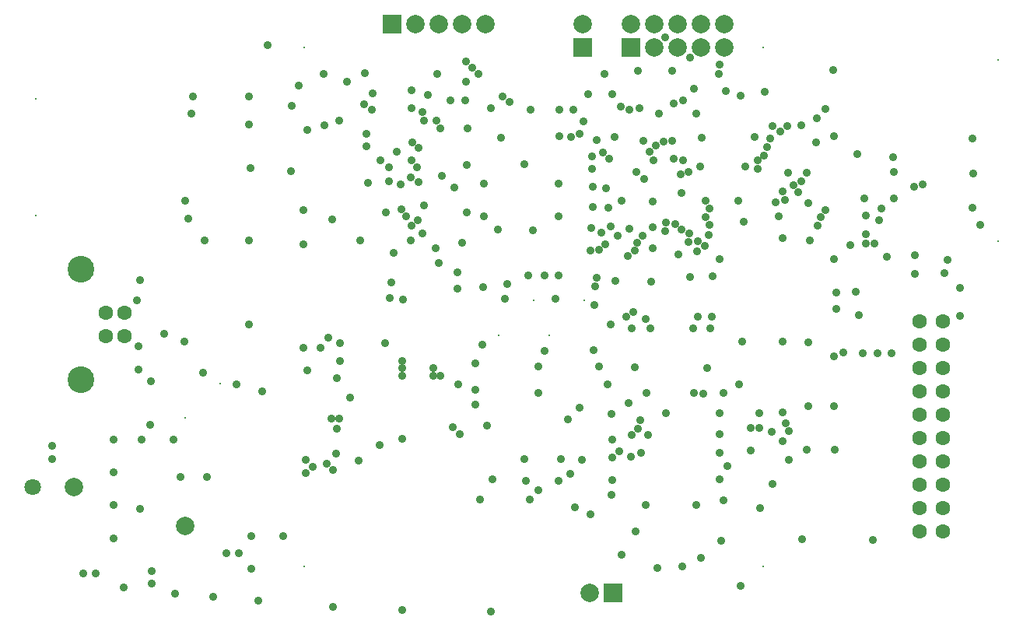
<source format=gbs>
%FSLAX44Y44*%
%MOMM*%
G71*
G01*
G75*
G04 Layer_Color=16711935*
%ADD10R,0.9000X0.8500*%
%ADD11R,0.9000X0.9000*%
%ADD12O,1.8000X0.4000*%
%ADD13R,2.0000X2.4000*%
%ADD14R,1.4500X1.1500*%
%ADD15R,0.7000X2.0000*%
%ADD16R,1.1000X0.5500*%
%ADD17R,0.8000X1.2000*%
%ADD18R,1.4000X1.2000*%
%ADD19R,1.9000X1.3000*%
%ADD20R,3.6000X5.0000*%
%ADD21C,15.0000*%
%ADD22R,2.8000X2.4000*%
%ADD23O,2.2000X0.6000*%
%ADD24R,2.0500X3.6000*%
%ADD25R,8.1000X2.8000*%
%ADD26R,1.4000X2.0000*%
%ADD27R,1.4000X2.2000*%
%ADD28R,1.4000X1.0000*%
%ADD29R,1.8000X1.4000*%
%ADD30R,2.4000X1.8000*%
%ADD31O,0.2500X1.3500*%
%ADD32O,1.3500X0.2500*%
%ADD33O,0.2500X1.4000*%
%ADD34O,1.4000X0.2500*%
%ADD35R,4.0000X1.8000*%
%ADD36R,5.0000X0.6000*%
%ADD37R,5.0000X0.8000*%
%ADD38R,1.0000X0.6000*%
%ADD39R,2.6500X1.3500*%
%ADD40R,3.2000X1.2000*%
%ADD41R,5.6000X2.2000*%
%ADD42R,2.7000X1.4000*%
%ADD43R,1.0500X0.6000*%
%ADD44R,1.2000X1.0000*%
%ADD45C,0.2000*%
%ADD46C,0.1500*%
%ADD47C,0.2500*%
%ADD48C,0.3000*%
%ADD49C,0.9000*%
%ADD50C,0.8000*%
%ADD51C,0.6000*%
%ADD52C,0.7000*%
%ADD53C,0.7500*%
%ADD54C,1.0000*%
%ADD55C,1.4000*%
%ADD56C,1.2000*%
%ADD57C,0.5000*%
%ADD58C,0.4000*%
%ADD59C,1.4000*%
%ADD60C,2.7000*%
%ADD61R,1.8000X1.8000*%
%ADD62C,1.8000*%
%ADD63C,1.6000*%
%ADD64R,1.8000X1.8000*%
%ADD65C,0.7000*%
%ADD66C,2.0000*%
%ADD67C,0.1600*%
%ADD68R,1.1032X1.0532*%
%ADD69R,1.1032X1.1032*%
%ADD70O,2.0032X0.6032*%
%ADD71R,2.2032X2.6032*%
%ADD72R,1.6532X1.3532*%
%ADD73R,0.9032X2.2032*%
%ADD74R,1.3032X0.7532*%
%ADD75R,1.0032X1.4032*%
%ADD76R,1.6032X1.4032*%
%ADD77R,2.1032X1.5032*%
%ADD78R,3.8032X5.2032*%
%ADD79C,14.4000*%
%ADD80R,3.0032X2.6032*%
%ADD81O,2.4032X0.8032*%
%ADD82R,2.2532X3.8032*%
%ADD83R,8.3032X3.0032*%
%ADD84R,1.6032X2.2032*%
%ADD85R,1.6032X2.4032*%
%ADD86R,1.6032X1.2032*%
%ADD87R,2.0032X1.6032*%
%ADD88R,2.6032X2.0032*%
%ADD89O,0.4532X1.5532*%
%ADD90O,1.5532X0.4532*%
%ADD91O,0.4532X1.6032*%
%ADD92O,1.6032X0.4532*%
%ADD93R,4.2032X2.0032*%
%ADD94R,5.2032X0.8032*%
%ADD95R,5.2032X1.0032*%
%ADD96R,1.2032X0.8032*%
%ADD97R,2.8532X1.5532*%
%ADD98R,3.4032X1.4032*%
%ADD99R,5.8032X2.4032*%
%ADD100R,2.9032X1.6032*%
%ADD101R,1.2532X0.8032*%
%ADD102R,1.4032X1.2032*%
%ADD103C,1.6032*%
%ADD104C,2.9032*%
%ADD105R,2.0032X2.0032*%
%ADD106C,2.0032*%
%ADD107C,1.8032*%
%ADD108C,0.2032*%
%ADD109R,2.0032X2.0032*%
%ADD110C,0.9032*%
D103*
X-968700Y-7000D02*
D03*
Y-32000D02*
D03*
X-988700D02*
D03*
Y-7000D02*
D03*
X-102700Y-244300D02*
D03*
Y-218900D02*
D03*
Y-193500D02*
D03*
Y-168100D02*
D03*
Y-142700D02*
D03*
X-77300Y-244300D02*
D03*
Y-218900D02*
D03*
Y-142700D02*
D03*
Y-168100D02*
D03*
Y-193500D02*
D03*
Y-66500D02*
D03*
Y-41100D02*
D03*
Y-15700D02*
D03*
Y-91900D02*
D03*
Y-117300D02*
D03*
X-102700Y-15700D02*
D03*
Y-41100D02*
D03*
Y-66500D02*
D03*
Y-91900D02*
D03*
Y-117300D02*
D03*
D104*
X-1015800Y-79700D02*
D03*
Y40700D02*
D03*
D105*
X-470000Y282300D02*
D03*
X-416800D02*
D03*
D106*
X-470000Y307700D02*
D03*
X-1023250Y-196500D02*
D03*
X-315200Y282300D02*
D03*
X-340600D02*
D03*
X-366000D02*
D03*
X-391400D02*
D03*
X-315200Y307700D02*
D03*
X-340600D02*
D03*
X-416800D02*
D03*
X-391400D02*
D03*
X-366000D02*
D03*
X-651650Y307500D02*
D03*
X-626250D02*
D03*
X-600850D02*
D03*
X-575450D02*
D03*
X-461700Y-311000D02*
D03*
X-902000Y-239000D02*
D03*
D107*
X-1068250Y-196500D02*
D03*
D108*
X-1064750Y226000D02*
D03*
Y99000D02*
D03*
X-772800Y282500D02*
D03*
Y-282500D02*
D03*
X-272800Y282500D02*
D03*
Y-282500D02*
D03*
X-17500Y71500D02*
D03*
Y268500D02*
D03*
X-901900Y-121150D02*
D03*
X-864100Y-83350D02*
D03*
X-560900Y-30900D02*
D03*
X-523100Y6900D02*
D03*
X-505900Y-30900D02*
D03*
X-468100Y6900D02*
D03*
D109*
X-677050Y307500D02*
D03*
X-436300Y-311000D02*
D03*
D110*
X-321000Y-159000D02*
D03*
X-406000D02*
D03*
X-430000Y-157000D02*
D03*
X-379000Y-116000D02*
D03*
X-316000Y-94000D02*
D03*
X-420000Y-105000D02*
D03*
X-438000Y-117000D02*
D03*
X-316000Y-211000D02*
D03*
X-438000Y-205000D02*
D03*
X-252000Y-146000D02*
D03*
X-569250Y-332000D02*
D03*
X-557027Y228761D02*
D03*
X-479500Y214000D02*
D03*
X-526750D02*
D03*
X-495000D02*
D03*
X-464000Y231250D02*
D03*
X-549500Y223250D02*
D03*
X-437500Y231000D02*
D03*
X-427750Y217500D02*
D03*
X-100005Y133006D02*
D03*
X-743000Y-121500D02*
D03*
X-734250D02*
D03*
X-603500Y-138500D02*
D03*
X-611250Y-130750D02*
D03*
X-883000Y-71500D02*
D03*
X-818750Y-91750D02*
D03*
X-846750Y-84250D02*
D03*
X-902750Y-37500D02*
D03*
X-665750Y-58750D02*
D03*
X-624500Y-74750D02*
D03*
X-632500D02*
D03*
Y-66750D02*
D03*
X-665750D02*
D03*
Y-143750D02*
D03*
Y-74750D02*
D03*
X-737500Y-132750D02*
D03*
X-604750Y-84750D02*
D03*
X-605875Y19875D02*
D03*
X-586500Y-61500D02*
D03*
X-370277Y221250D02*
D03*
X-360500Y224875D02*
D03*
X-345750Y209750D02*
D03*
X-348750Y237250D02*
D03*
X-353000Y271500D02*
D03*
X-321250Y253400D02*
D03*
X-372500Y256500D02*
D03*
X-666000Y-329750D02*
D03*
X-741750Y-326250D02*
D03*
X-823000Y-320000D02*
D03*
X-871500Y-315250D02*
D03*
X-913500Y-312500D02*
D03*
X-969250Y-305250D02*
D03*
X-216000Y179000D02*
D03*
X-215000Y205000D02*
D03*
X-196000Y186000D02*
D03*
X-171000Y166000D02*
D03*
X-734000Y-59000D02*
D03*
X-769000Y-69000D02*
D03*
X-737000Y-78000D02*
D03*
X-586500Y-106750D02*
D03*
X-473000Y-110000D02*
D03*
X-486000Y-123000D02*
D03*
X-458000Y-47000D02*
D03*
X-511000Y-48000D02*
D03*
X-579000Y-41000D02*
D03*
X-879000Y-185000D02*
D03*
X-907000D02*
D03*
X-830000Y-285000D02*
D03*
Y-250000D02*
D03*
X-796000D02*
D03*
X-738000Y-160000D02*
D03*
X-741500Y-177750D02*
D03*
X-881500Y72250D02*
D03*
X-830750Y151250D02*
D03*
X-787500Y147750D02*
D03*
X-773250Y68250D02*
D03*
Y105500D02*
D03*
X-642000Y110500D02*
D03*
X-609375Y129625D02*
D03*
X-596000Y102750D02*
D03*
X-601000Y69500D02*
D03*
X-595500Y154500D02*
D03*
X-628781Y202510D02*
D03*
X-643781Y212260D02*
D03*
X-637750Y230750D02*
D03*
X-597500Y224250D02*
D03*
X-446250Y253400D02*
D03*
X-409500Y256500D02*
D03*
X-313500Y234500D02*
D03*
X-232000Y197250D02*
D03*
X-109250Y130250D02*
D03*
X-45000Y145000D02*
D03*
X-45250Y183000D02*
D03*
X-131500Y162500D02*
D03*
X-130750Y146250D02*
D03*
X-387019Y210010D02*
D03*
X-418750Y214000D02*
D03*
X-59000Y20500D02*
D03*
X-59250Y-9750D02*
D03*
X-45500Y107500D02*
D03*
X-131250Y118000D02*
D03*
X-162750Y118250D02*
D03*
X-146750Y94250D02*
D03*
X-144250Y106500D02*
D03*
X-161750Y99250D02*
D03*
X-161700Y68700D02*
D03*
X-178250Y67000D02*
D03*
X-75750Y37000D02*
D03*
X-107750Y55750D02*
D03*
X-138250Y54500D02*
D03*
X-107750Y36000D02*
D03*
X-172500Y16250D02*
D03*
X-169000Y-9000D02*
D03*
X-195750Y-54250D02*
D03*
X-148500Y-50500D02*
D03*
X-186250Y-49500D02*
D03*
X-133750Y-50250D02*
D03*
X-164500Y-50500D02*
D03*
X-252262Y-38002D02*
D03*
X-224500Y-38500D02*
D03*
X-205750Y105000D02*
D03*
X-205250Y215500D02*
D03*
X-225500Y145500D02*
D03*
X-224500Y112500D02*
D03*
X-196250Y52000D02*
D03*
X-248512Y-126756D02*
D03*
X-245000Y-135250D02*
D03*
X-264000Y-136000D02*
D03*
X-277750Y-132000D02*
D03*
X-277500Y-115750D02*
D03*
X-980000Y-215750D02*
D03*
Y-180250D02*
D03*
X-573500Y-129000D02*
D03*
X-763100Y-174400D02*
D03*
X-771200Y-180900D02*
D03*
X-915000Y-145000D02*
D03*
X-950000D02*
D03*
X-980000D02*
D03*
Y-252500D02*
D03*
X-939000Y-301000D02*
D03*
Y-288000D02*
D03*
X-1013000Y-290000D02*
D03*
X-1047000Y-151000D02*
D03*
Y-166000D02*
D03*
X-1000000Y-290000D02*
D03*
X-951000Y-219950D02*
D03*
X-857000Y-268000D02*
D03*
X-844000D02*
D03*
X-939750Y-81250D02*
D03*
X-940000Y-128500D02*
D03*
X-952750Y-68000D02*
D03*
X-953250Y-43000D02*
D03*
X-951500Y28750D02*
D03*
X-925500Y-29750D02*
D03*
X-690250Y-150750D02*
D03*
X-713250Y-167500D02*
D03*
X-723000Y-99250D02*
D03*
X-755000Y-44750D02*
D03*
X-774000D02*
D03*
X-733500Y-40000D02*
D03*
X-605750Y37500D02*
D03*
X-629500Y63500D02*
D03*
X-578000Y21000D02*
D03*
X-665000Y8000D02*
D03*
X-679750Y9750D02*
D03*
X-499500Y8250D02*
D03*
X-554500D02*
D03*
X-456750Y2000D02*
D03*
X-434500Y28250D02*
D03*
X-439000Y-19500D02*
D03*
X-414531Y-6000D02*
D03*
X-422521Y-11000D02*
D03*
X-678000Y26750D02*
D03*
X-684500Y-39500D02*
D03*
X-746750Y-33500D02*
D03*
X-675750Y58750D02*
D03*
X-752000Y253750D02*
D03*
X-706785Y253762D02*
D03*
X-628000Y253000D02*
D03*
X-596500Y244750D02*
D03*
X-595250Y194250D02*
D03*
X-569500Y216250D02*
D03*
X-558500Y183750D02*
D03*
X-495024Y185509D02*
D03*
X-407780Y215750D02*
D03*
X-297500Y229750D02*
D03*
X-271250Y234250D02*
D03*
X-344000Y71250D02*
D03*
X-332306Y77754D02*
D03*
X-518000Y-65000D02*
D03*
X-452000D02*
D03*
X-656750Y141000D02*
D03*
X-680750Y136250D02*
D03*
Y151750D02*
D03*
X-689750Y159000D02*
D03*
X-650000Y152000D02*
D03*
X-648532Y135507D02*
D03*
X-656000Y159000D02*
D03*
X-622500Y142750D02*
D03*
X-577250Y134250D02*
D03*
Y98000D02*
D03*
X-769000Y192500D02*
D03*
X-642031Y202510D02*
D03*
X-656000Y235250D02*
D03*
X-698250Y231750D02*
D03*
X-613250Y224250D02*
D03*
X-707250Y220500D02*
D03*
X-726250Y244500D02*
D03*
X-786250Y219000D02*
D03*
X-473273Y187759D02*
D03*
X-454750Y181500D02*
D03*
X-482273Y184759D02*
D03*
X-256000Y98000D02*
D03*
X-252000Y75000D02*
D03*
X-597000Y267000D02*
D03*
X-590000Y260000D02*
D03*
X-583000Y253000D02*
D03*
X-586500Y-90000D02*
D03*
X-531250Y-189250D02*
D03*
X-533500Y-165750D02*
D03*
X-568250Y-188000D02*
D03*
X-493250Y-166000D02*
D03*
X-496250Y-189250D02*
D03*
X-470500Y-166250D02*
D03*
X-437250Y-144750D02*
D03*
X-437750Y-189000D02*
D03*
X-461250Y-225750D02*
D03*
X-299250Y-84250D02*
D03*
X-442750D02*
D03*
X-231000Y-253000D02*
D03*
X-297500Y-303750D02*
D03*
X-427500Y-269500D02*
D03*
X-346000Y-216000D02*
D03*
X-518250Y-94000D02*
D03*
X-348250D02*
D03*
X-437750Y-163750D02*
D03*
X-292750Y152500D02*
D03*
X-379750Y292750D02*
D03*
X-393750Y63500D02*
D03*
Y86250D02*
D03*
X-336516Y65990D02*
D03*
X-451750Y62003D02*
D03*
X-449272Y80754D02*
D03*
X-460000Y86000D02*
D03*
X-460750Y61250D02*
D03*
X-441750Y107500D02*
D03*
X-458750Y108500D02*
D03*
X-431500Y77250D02*
D03*
X-413020Y61003D02*
D03*
X-420521Y55503D02*
D03*
X-404250Y77250D02*
D03*
X-320500Y-115750D02*
D03*
X-282750Y184500D02*
D03*
X-245000Y-166750D02*
D03*
X-320750Y-138250D02*
D03*
X-279500Y150000D02*
D03*
X-279514Y159008D02*
D03*
X-231761Y136507D02*
D03*
X-321000Y263750D02*
D03*
X-469023Y201760D02*
D03*
X-447272Y167758D02*
D03*
X-459772Y164008D02*
D03*
X-402750Y138750D02*
D03*
X-459772Y150007D02*
D03*
X-459000Y130250D02*
D03*
X-393750Y114750D02*
D03*
X-427000Y115000D02*
D03*
X-404000Y180250D02*
D03*
X-444250Y129277D02*
D03*
X-441272Y161008D02*
D03*
X-833000Y198250D02*
D03*
X-496000Y134250D02*
D03*
X-272263Y164508D02*
D03*
X-409750Y-133000D02*
D03*
X-496250Y98250D02*
D03*
X-655098Y178878D02*
D03*
X-648500Y172500D02*
D03*
X-655750Y88250D02*
D03*
X-662000Y98250D02*
D03*
X-649250Y94500D02*
D03*
X-445272Y68253D02*
D03*
X-523750Y83250D02*
D03*
X-699500Y214750D02*
D03*
X-902000Y115000D02*
D03*
X-899000Y96250D02*
D03*
X-812250Y284500D02*
D03*
X-329000Y-10500D02*
D03*
X-751000Y197250D02*
D03*
X-735000Y202750D02*
D03*
X-832500Y228500D02*
D03*
X-893750D02*
D03*
X-778750Y240250D02*
D03*
X-705250Y187750D02*
D03*
Y175000D02*
D03*
X-742000Y95250D02*
D03*
X-703500Y134500D02*
D03*
X-833000Y72250D02*
D03*
X-528750Y34000D02*
D03*
X-396000Y-23750D02*
D03*
X-331000D02*
D03*
X-416000D02*
D03*
X-412750Y-65500D02*
D03*
X-349250Y-23750D02*
D03*
X-334266Y-66753D02*
D03*
X-286750Y-156250D02*
D03*
X-438772Y87000D02*
D03*
X-562250Y84250D02*
D03*
X-644000Y79750D02*
D03*
X-511000Y34000D02*
D03*
X-496000Y34250D02*
D03*
X-666783Y106255D02*
D03*
X-671849Y168878D02*
D03*
X-668033Y133006D02*
D03*
X-419250Y85000D02*
D03*
X-411000Y147000D02*
D03*
X-533250Y155000D02*
D03*
X-656282Y216261D02*
D03*
X-624530Y194009D02*
D03*
X-389769Y175259D02*
D03*
X-396519Y169008D02*
D03*
X-370518Y161000D02*
D03*
X-392750Y159250D02*
D03*
X-362250Y123750D02*
D03*
X-363268Y144507D02*
D03*
X-249762Y116256D02*
D03*
X-379019Y91255D02*
D03*
X-368750Y89750D02*
D03*
X-246512Y145757D02*
D03*
X-240500Y132250D02*
D03*
X-252012Y125256D02*
D03*
X-235267Y124506D02*
D03*
X-340000Y184000D02*
D03*
X-341767Y152507D02*
D03*
X-300515Y115256D02*
D03*
X-294500Y92250D02*
D03*
X-263250Y-192500D02*
D03*
X-161700Y78700D02*
D03*
X-295750Y-37500D02*
D03*
X-259258Y113750D02*
D03*
X-410020Y70003D02*
D03*
X-412000Y-244500D02*
D03*
X-319000Y-254750D02*
D03*
X-276250Y-219000D02*
D03*
X-153500Y-253500D02*
D03*
X-388000Y-284250D02*
D03*
X-401000Y-216000D02*
D03*
X-338500Y-94500D02*
D03*
X-400000Y-94000D02*
D03*
X-434750Y184500D02*
D03*
X-193750Y15500D02*
D03*
X-193250Y-2500D02*
D03*
X-328250Y33250D02*
D03*
X-344250Y-11000D02*
D03*
X-400750Y-13000D02*
D03*
X-380244Y82254D02*
D03*
X-372500Y180750D02*
D03*
X-360768Y159758D02*
D03*
X-354267Y146757D02*
D03*
X-336266Y115006D02*
D03*
X-320250Y52250D02*
D03*
X-332016Y89004D02*
D03*
X-332000Y106500D02*
D03*
X-336000Y97750D02*
D03*
X-353272Y79750D02*
D03*
X-345000Y60000D02*
D03*
X-895750Y210250D02*
D03*
X-551500Y24500D02*
D03*
X-454750Y31750D02*
D03*
X-312500Y-173500D02*
D03*
X-483000Y-181750D02*
D03*
X-417250Y-163500D02*
D03*
X-321016Y-187766D02*
D03*
X-225500Y-156000D02*
D03*
X-381519Y180009D02*
D03*
X-246750Y196250D02*
D03*
X-254762Y190759D02*
D03*
X-268750Y173750D02*
D03*
X-263250Y196250D02*
D03*
X-265263Y182759D02*
D03*
X-222500Y71750D02*
D03*
X-214000Y88250D02*
D03*
X-210500Y97250D02*
D03*
X-252262Y-114756D02*
D03*
X-224500Y-108500D02*
D03*
X-196000D02*
D03*
X-195250Y-155750D02*
D03*
X-72250Y50750D02*
D03*
X-37000Y89250D02*
D03*
X-197000Y257750D02*
D03*
X-352500Y32250D02*
D03*
X-395250Y27500D02*
D03*
X-361750Y84000D02*
D03*
X-354500Y70750D02*
D03*
X-365768Y57003D02*
D03*
X-341250Y-273250D02*
D03*
X-361250Y-282750D02*
D03*
X-518250Y-200000D02*
D03*
X-478500Y-218500D02*
D03*
X-527000Y-209750D02*
D03*
X-581250D02*
D03*
X-286750Y-131750D02*
D03*
X-416500Y-139500D02*
D03*
X-398519Y-139757D02*
D03*
X-406770Y-123756D02*
D03*
X-771300Y-166500D02*
D03*
X-151900Y68700D02*
D03*
X-748300Y-171200D02*
D03*
X-833250Y-19500D02*
D03*
X-456500Y22500D02*
D03*
X-712035Y72003D02*
D03*
X-684250Y102250D02*
D03*
X-656500Y71750D02*
D03*
X-626250Y48000D02*
D03*
X-955000Y7000D02*
D03*
M02*

</source>
